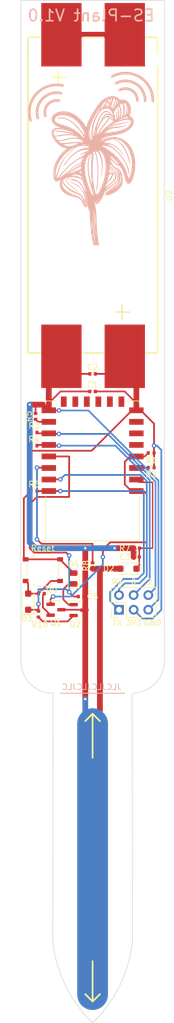
<source format=kicad_pcb>
(kicad_pcb (version 20221018) (generator pcbnew)
  (layers (0 "F.Cu" signal) (31 "B.Cu" signal) (34 "B.Paste" user) (35 "F.Paste" user) (36 "B.SilkS" user "B.Silkscreen") (37 "F.SilkS" user "F.Silkscreen") (38 "B.Mask" user) (39 "F.Mask" user) (44 "Edge.Cuts" user))
  (net 0 "")
  (net 1 "Net-(U1-EN)")
  (net 5 "+3.3V")
  (net 12 "GND")
  (net 13 "/SensorCapV")
  (net 14 "Net-(D3-A)")
  (net 15 "Net-(D4-K)")
  (net 16 "Net-(Q1-B)")
  (net 17 "Net-(Q2-B)")
  (net 18 "/GPIO0")
  (net 19 "/TX")
  (net 20 "/GPIO2")
  (net 21 "/RX")
  (net 22 "/AD0")
  (net 23 "/GPIO4")
  (net 24 "/RST")
  (net 25 "/GPIO15")
  (net 26 "/GPIO5")
  (net 27 "Net-(U2-+-Pad3)")
  (footprint "CustomFootprints:SW_Push_1P1T_XKB_TS-1187A" (layer "F.Cu") (at 131.19 116.666)
    (fp_text reference "SW1" hide)
    (fp_text value "Reset")
    (pad "1" smd rect (at -3 -1.875) (size 1 0.75) (layers "F.Cu" "F.Paste" "F.Mask") (net 5 "+3.3V"))
    (pad "1" smd rect (at 3 -1.875) (size 1 0.75) (layers "F.Cu" "F.Paste" "F.Mask") (net 5 "+3.3V"))
    (pad "2" smd rect (at -3 1.875) (size 1 0.75) (layers "F.Cu" "F.Paste" "F.Mask") (net 14 "Net-(D3-A)"))
    (pad "2" smd rect (at 3 1.875) (size 1 0.75) (layers "F.Cu" "F.Paste" "F.Mask") (net 14 "Net-(D3-A)"))
  )
  (footprint "Package_TO_SOT_SMD:SOT-23" (layer "F.Cu") (at 137.4615 123.59)
    (fp_text reference "Q2" (at -0.6835 2.474) (layer "F.SilkS"))
    (fp_text value "NPN")
    (pad "1" smd roundrect (at -0.9375 -0.95) (size 1.475 0.6) (layers "F.Cu" "F.Paste" "F.Mask") (net 15 "Net-(D4-K)"))
    (pad "2" smd roundrect (at -0.9375 0.95) (size 1.475 0.6) (layers "F.Cu" "F.Paste" "F.Mask") (net 17 "Net-(Q2-B)"))
    (pad "3" smd roundrect (at 0.9375 0) (size 1.475 0.6) (layers "F.Cu" "F.Paste" "F.Mask") (net 12 "GND"))
  )
  (footprint "Resistor_SMD:R_0402_1005Metric" (layer "F.Cu") (at 130.428 124.286 -90)
    (fp_text reference "R10" (at 1.778 -0.254 -180) (layer "F.SilkS"))
    (fp_text value "100k")
    (pad "1" smd roundrect (at -0.51 0 270) (size 0.54 0.64) (layers "F.Cu" "F.Paste" "F.Mask") (net 23 "/GPIO4"))
    (pad "2" smd roundrect (at 0.51 0 270) (size 0.54 0.64) (layers "F.Cu" "F.Paste" "F.Mask") (net 17 "Net-(Q2-B)"))
  )
  (footprint "CustomFootprints:BAT-SMD_BH-AAA-B5AA001" (layer "F.Cu") (at 139.914 51.706968 -90)
    (fp_text reference "U2" (at 0 -13.2 90) (layer "F.SilkS"))
    (fp_text value "BH-AAA-B5AK001")
    (pad "" np_thru_hole circle (at -23.450089 -10.450013 270) (size 1.900025 1.900025) (drill 1.900025) (layers "*.Cu" "*.Mask"))
    (pad "1" smd rect (at 27.875032 -5.5 270) (size 11.000025 7.000025) (layers "F.Cu" "F.Paste" "F.Mask") (net 5 "+3.3V"))
    (pad "2" smd rect (at -27.875032 -5.5 270) (size 11.000025 7.000025) (layers "F.Cu" "F.Paste" "F.Mask") (net 27 "Net-(U2-+-Pad3)"))
    (pad "3" smd rect (at -27.875032 5.5 270) (size 11.000025 7.000025) (layers "F.Cu" "F.Paste" "F.Mask") (net 27 "Net-(U2-+-Pad3)"))
    (pad "4" smd rect (at 27.875032 5.5 270) (size 11.000025 7.000025) (layers "F.Cu" "F.Paste" "F.Mask") (net 12 "GND"))
  )
  (footprint "RF_Module:ESP-12E" (layer "F.Cu") (at 139.826 99.45 180)
    (fp_text reference "U1" hide)
    (fp_text value "ESP-12F")
    (pad "1" smd rect (at -7.6 -3.5 180) (size 2.5 1) (layers "F.Cu" "F.Paste" "F.Mask") (net 24 "/RST"))
    (pad "2" smd rect (at -7.6 -1.5 180) (size 2.5 1) (layers "F.Cu" "F.Paste" "F.Mask") (net 22 "/AD0"))
    (pad "3" smd rect (at -7.6 0.5 180) (size 2.5 1) (layers "F.Cu" "F.Paste" "F.Mask") (net 1 "Net-(U1-EN)"))
    (pad "4" smd rect (at -7.6 2.5 180) (size 2.5 1) (layers "F.Cu" "F.Paste" "F.Mask") (net 24 "/RST"))
    (pad "5" smd rect (at -7.6 4.5 180) (size 2.5 1) (layers "F.Cu" "F.Paste" "F.Mask"))
    (pad "6" smd rect (at -7.6 6.5 180) (size 2.5 1) (layers "F.Cu" "F.Paste" "F.Mask"))
    (pad "7" smd rect (at -7.6 8.5 180) (size 2.5 1) (layers "F.Cu" "F.Paste" "F.Mask"))
    (pad "8" smd rect (at -7.6 10.5 180) (size 2.5 1) (layers "F.Cu" "F.Paste" "F.Mask") (net 5 "+3.3V"))
    (pad "9" smd rect (at -5 12 180) (size 1 1.8) (layers "F.Cu" "F.Paste" "F.Mask"))
    (pad "10" smd rect (at -3 12 180) (size 1 1.8) (layers "F.Cu" "F.Paste" "F.Mask"))
    (pad "11" smd rect (at -1 12 180) (size 1 1.8) (layers "F.Cu" "F.Paste" "F.Mask"))
    (pad "12" smd rect (at 1 12 180) (size 1 1.8) (layers "F.Cu" "F.Paste" "F.Mask"))
    (pad "13" smd rect (at 3 12 180) (size 1 1.8) (layers "F.Cu" "F.Paste" "F.Mask"))
    (pad "14" smd rect (at 5 12 180) (size 1 1.8) (layers "F.Cu" "F.Paste" "F.Mask"))
    (pad "15" smd rect (at 7.6 10.5 180) (size 2.5 1) (layers "F.Cu" "F.Paste" "F.Mask") (net 12 "GND"))
    (pad "16" smd rect (at 7.6 8.5 180) (size 2.5 1) (layers "F.Cu" "F.Paste" "F.Mask") (net 25 "/GPIO15"))
    (pad "17" smd rect (at 7.6 6.5 180) (size 2.5 1) (layers "F.Cu" "F.Paste" "F.Mask") (net 20 "/GPIO2"))
    (pad "18" smd rect (at 7.6 4.5 180) (size 2.5 1) (layers "F.Cu" "F.Paste" "F.Mask") (net 18 "/GPIO0"))
    (pad "19" smd rect (at 7.6 2.5 180) (size 2.5 1) (layers "F.Cu" "F.Paste" "F.Mask") (net 23 "/GPIO4"))
    (pad "20" smd rect (at 7.6 0.5 180) (size 2.5 1) (layers "F.Cu" "F.Paste" "F.Mask") (net 26 "/GPIO5"))
    (pad "21" smd rect (at 7.6 -1.5 180) (size 2.5 1) (layers "F.Cu" "F.Paste" "F.Mask") (net 21 "/RX"))
    (pad "22" smd rect (at 7.6 -3.5 180) (size 2.5 1) (layers "F.Cu" "F.Paste" "F.Mask") (net 19 "/TX"))
    (zone (net 0) (net_name "") (layers "*.Cu") (connect_pads (clearance 0)) (min_thickness 0.254)
      (keepout (tracks not_allowed) (vias not_allowed) (pads not_allowed) (copperpour not_allowed) (footprints not_allowed))
      (fill (thermal_gap 0.508) (thermal_bridge_width 0.508))
      (polygon (pts (xy 147.946 104.25) (xy 131.706 104.25) (xy 131.706 111.57) (xy 147.946 111.57)))
    )
  )
  (footprint "Resistor_SMD:R_0402_1005Metric" (layer "F.Cu") (at 129.666 92.79)
    (fp_text reference "R3" (at 0 -1.17) (layer "F.SilkS"))
    (fp_text value "10k")
    (pad "1" smd roundrect (at -0.51 0) (size 0.54 0.64) (layers "F.Cu" "F.Paste" "F.Mask") (net 5 "+3.3V"))
    (pad "2" smd roundrect (at 0.51 0) (size 0.54 0.64) (layers "F.Cu" "F.Paste" "F.Mask") (net 20 "/GPIO2"))
  )
  (footprint "Resistor_SMD:R_0402_1005Metric" (layer "F.Cu") (at 130.934 120.73)
    (fp_text reference "R9" (at 1.78 -0.508) (layer "F.SilkS"))
    (fp_text value "5.1k")
    (pad "1" smd roundrect (at -0.51 0) (size 0.54 0.64) (layers "F.Cu" "F.Paste" "F.Mask") (net 14 "Net-(D3-A)"))
    (pad "2" smd roundrect (at 0.51 0) (size 0.54 0.64) (layers "F.Cu" "F.Paste" "F.Mask") (net 16 "Net-(Q1-B)"))
  )
  (footprint "Resistor_SMD:R_0402_1005Metric" (layer "F.Cu") (at 147.446 112.856)
    (fp_text reference "R7" (at -2.032 0) (layer "F.SilkS"))
    (fp_text value "1M")
    (pad "1" smd roundrect (at -0.51 0) (size 0.54 0.64) (layers "F.Cu" "F.Paste" "F.Mask") (net 12 "GND"))
    (pad "2" smd roundrect (at 0.51 0) (size 0.54 0.64) (layers "F.Cu" "F.Paste" "F.Mask") (net 22 "/AD0"))
  )
  (footprint "Capacitor_SMD:C_0402_1005Metric" (layer "F.Cu") (at 147.446 114.38)
    (fp_text reference "C3" (at -2.032 0) (layer "F.SilkS"))
    (fp_text value "1uF")
    (pad "1" smd roundrect (at -0.48 0) (size 0.56 0.62) (layers "F.Cu" "F.Paste" "F.Mask") (net 12 "GND"))
    (pad "2" smd roundrect (at 0.48 0) (size 0.56 0.62) (layers "F.Cu" "F.Paste" "F.Mask") (net 22 "/AD0"))
  )
  (footprint "Capacitor_SMD:C_0402_1005Metric" (layer "F.Cu") (at 139.826 82.63)
    (fp_text reference "C2" (at 0 -1.16) (layer "F.SilkS"))
    (fp_text value "10uF")
    (pad "1" smd roundrect (at -0.48 0) (size 0.56 0.62) (layers "F.Cu" "F.Paste" "F.Mask") (net 12 "GND"))
    (pad "2" smd roundrect (at 0.48 0) (size 0.56 0.62) (layers "F.Cu" "F.Paste" "F.Mask") (net 5 "+3.3V"))
  )
  (footprint "Resistor_SMD:R_0402_1005Metric" (layer "F.Cu") (at 129.92 89.998 90)
    (fp_text reference "R5" (at 0 -1.17 90) (layer "F.SilkS"))
    (fp_text value "10k")
    (pad "1" smd roundrect (at -0.51 0 90) (size 0.54 0.64) (layers "F.Cu" "F.Paste" "F.Mask") (net 25 "/GPIO15"))
    (pad "2" smd roundrect (at 0.51 0 90) (size 0.54 0.64) (layers "F.Cu" "F.Paste" "F.Mask") (net 12 "GND"))
  )
  (footprint "Resistor_SMD:R_0402_1005Metric" (layer "F.Cu") (at 139.826 115.906 90)
    (fp_text reference "R8" (at 0 -1.17 90) (layer "F.SilkS"))
    (fp_text value "10k")
    (pad "1" smd roundrect (at -0.51 0 90) (size 0.54 0.64) (layers "F.Cu" "F.Paste" "F.Mask") (net 13 "/SensorCapV"))
    (pad "2" smd roundrect (at 0.51 0 90) (size 0.54 0.64) (layers "F.Cu" "F.Paste" "F.Mask") (net 26 "/GPIO5"))
  )
  (footprint "Diode_SMD:D_SOD-123F" (layer "F.Cu") (at 146.046 116.412 180)
    (fp_text reference "D2" (at 3.426 0) (layer "F.SilkS"))
    (fp_text value "~")
    (pad "1" smd roundrect (at -1.4 0 180) (size 1.1 1.1) (layers "F.Cu" "F.Paste" "F.Mask") (roundrect_rratio 0.2272727273) (net 22 "/AD0"))
    (pad "2" smd roundrect (at 1.4 0 180) (size 1.1 1.1) (layers "F.Cu" "F.Paste" "F.Mask") (roundrect_rratio 0.2272727273) (net 13 "/SensorCapV"))
  )
  (footprint "Connector_PinHeader_2.54mm:PinHeader_2x03_P2.54mm_Vertical" (layer "F.Cu") (at 144.413 123.529 90)
    (fp_text reference "J2" hide)
    (fp_text value "Programmer")
    (pad "1" thru_hole rect (at 0 0 90) (size 1.7 1.7) (drill 1) (layers "*.Cu" "*.Mask") (net 19 "/TX"))
    (pad "2" thru_hole oval (at 2.54 0 90) (size 1.7 1.7) (drill 1) (layers "*.Cu" "*.Mask") (net 21 "/RX"))
    (pad "3" thru_hole oval (at 0 2.54 90) (size 1.7 1.7) (drill 1) (layers "*.Cu" "*.Mask") (net 5 "+3.3V"))
    (pad "4" thru_hole oval (at 2.54 2.54 90) (size 1.7 1.7) (drill 1) (layers "*.Cu" "*.Mask") (net 18 "/GPIO0"))
    (pad "5" thru_hole oval (at 0 5.08 90) (size 1.7 1.7) (drill 1) (layers "*.Cu" "*.Mask") (net 12 "GND"))
    (pad "6" thru_hole oval (at 2.54 5.08 90) (size 1.7 1.7) (drill 1) (layers "*.Cu" "*.Mask") (net 20 "/GPIO2"))
  )
  (footprint "Resistor_SMD:R_0402_1005Metric" (layer "F.Cu") (at 149.988 96.346 180)
    (fp_text reference "R1" (at 0.002 -1.27 180) (layer "F.SilkS"))
    (fp_text value "10k")
    (pad "1" smd roundrect (at -0.51 0 180) (size 0.54 0.64) (layers "F.Cu" "F.Paste" "F.Mask") (net 5 "+3.3V"))
    (pad "2" smd roundrect (at 0.51 0 180) (size 0.54 0.64) (layers "F.Cu" "F.Paste" "F.Mask") (net 24 "/RST"))
  )
  (footprint "LED_SMD:LED_0805_2012Metric" (layer "F.Cu") (at 136.524 118.1115 90)
    (fp_text reference "D4" (at 2.4615 0 180) (layer "F.SilkS"))
    (fp_text value "GREEN")
    (pad "1" smd roundrect (at -0.9375 0 90) (size 0.975 1.4) (layers "F.Cu" "F.Paste" "F.Mask") (net 15 "Net-(D4-K)"))
    (pad "2" smd roundrect (at 0.9375 0 90) (size 0.975 1.4) (layers "F.Cu" "F.Paste" "F.Mask") (net 5 "+3.3V"))
  )
  (footprint "Resistor_SMD:R_0402_1005Metric" (layer "F.Cu") (at 149.988 98.886 180)
    (fp_text reference "R2" (at 0 -1.17) (layer "F.SilkS"))
    (fp_text value "10k")
    (pad "1" smd roundrect (at -0.51 0 180) (size 0.54 0.64) (layers "F.Cu" "F.Paste" "F.Mask") (net 5 "+3.3V"))
    (pad "2" smd roundrect (at 0.51 0 180) (size 0.54 0.64) (layers "F.Cu" "F.Paste" "F.Mask") (net 1 "Net-(U1-EN)"))
  )
  (footprint "Capacitor_SMD:C_0402_1005Metric" (layer "F.Cu") (at 139.826 85.678)
    (fp_text reference "C1" (at 0 -1.16) (layer "F.SilkS"))
    (fp_text value "100nF")
    (pad "1" smd roundrect (at -0.48 0) (size 0.56 0.62) (layers "F.Cu" "F.Paste" "F.Mask") (net 12 "GND"))
    (pad "2" smd roundrect (at 0.48 0) (size 0.56 0.62) (layers "F.Cu" "F.Paste" "F.Mask") (net 5 "+3.3V"))
  )
  (footprint "Resistor_SMD:R_0402_1005Metric" (layer "F.Cu") (at 129.664 102.95)
    (fp_text reference "R6" (at 0 -1.17) (layer "F.SilkS"))
    (fp_text value "10k")
    (pad "1" smd roundrect (at -0.51 0) (size 0.54 0.64) (layers "F.Cu" "F.Paste" "F.Mask") (net 5 "+3.3V"))
    (pad "2" smd roundrect (at 0.51 0) (size 0.54 0.64) (layers "F.Cu" "F.Paste" "F.Mask") (net 19 "/TX"))
  )
  (footprint "Capacitor_SMD:C_0402_1005Metric" (layer "F.Cu") (at 137.822 121.238)
    (fp_text reference "C5" (at 2.004 0) (layer "F.SilkS"))
    (fp_text value "10uF")
    (pad "1" smd roundrect (at -0.48 0) (size 0.56 0.62) (layers "F.Cu" "F.Paste" "F.Mask") (net 23 "/GPIO4"))
    (pad "2" smd roundrect (at 0.48 0) (size 0.56 0.62) (layers "F.Cu" "F.Paste" "F.Mask") (net 12 "GND"))
  )
  (footprint "Resistor_SMD:R_0402_1005Metric" (layer "F.Cu") (at 129.664 95.076)
    (fp_text reference "R4" (at -0.004 -1.098) (layer "F.SilkS"))
    (fp_text value "10k")
    (pad "1" smd roundrect (at -0.51 0) (size 0.54 0.64) (layers "F.Cu" "F.Paste" "F.Mask") (net 5 "+3.3V"))
    (pad "2" smd roundrect (at 0.51 0) (size 0.54 0.64) (layers "F.Cu" "F.Paste" "F.Mask") (net 18 "/GPIO0"))
  )
  (footprint "Diode_SMD:D_SOD-123F" (layer "F.Cu") (at 128.65 122.13 90)
    (fp_text reference "D3" (at -2.918 -0.254 180) (layer "F.SilkS"))
    (fp_text value "~")
    (pad "1" smd roundrect (at -1.4 0 90) (size 1.1 1.1) (layers "F.Cu" "F.Paste" "F.Mask") (roundrect_rratio 0.2272727273) (net 23 "/GPIO4"))
    (pad "2" smd roundrect (at 1.4 0 90) (size 1.1 1.1) (layers "F.Cu" "F.Paste" "F.Mask") (roundrect_rratio 0.2272727273) (net 14 "Net-(D3-A)"))
  )
  (footprint "Package_TO_SOT_SMD:SOT-23" (layer "F.Cu") (at 133.476 123.524)
    (fp_text reference "Q1" (at 0 2.286) (layer "F.SilkS"))
    (fp_text value "NPN")
    (pad "1" smd roundrect (at -0.9375 -0.95) (size 1.475 0.6) (layers "F.Cu" "F.Paste" "F.Mask") (net 24 "/RST"))
    (pad "2" smd roundrect (at -0.9375 0.95) (size 1.475 0.6) (layers "F.Cu" "F.Paste" "F.Mask") (net 16 "Net-(Q1-B)"))
    (pad "3" smd roundrect (at 0.9375 0) (size 1.475 0.6) (layers "F.Cu" "F.Paste" "F.Mask") (net 12 "GND"))
  )
  (footprint "LOGO" (layer "B.Cu") (at 139.572 45.292 180)
    (fp_text reference "G***" hide)
    (fp_text value "LOGO" hide)
  )
  (gr_line (start 134.238 138.002) (end 145.414 138.002) (stroke (width 0.15)) (layer "B.SilkS"))
  (gr_line (start 134.238 138.002) (end 145.414 138.002) (stroke (width 0.15)) (layer "F.SilkS"))
  (gr_line (start 139.826 184.468) (end 139.826 191.453) (stroke (width 0.3048)) (layer "F.SilkS"))
  (gr_line (start 139.826 149.178) (end 139.826 141.558) (stroke (width 0.3048)) (layer "F.SilkS"))
  (gr_line (start 139.826 141.558) (end 138.556 142.828) (stroke (width 0.3048)) (layer "F.SilkS"))
  (gr_line (start 139.826 191.453) (end 138.556 190.183) (stroke (width 0.3048)) (layer "F.SilkS"))
  (gr_line (start 139.826 141.558) (end 141.096 142.828) (stroke (width 0.3048)) (layer "F.SilkS"))
  (gr_line (start 139.826 191.453) (end 141.096 190.183) (stroke (width 0.3048)) (layer "F.SilkS"))
  (gr_arc (start 132.968 138.002) (mid 129.016687 136.365313) (end 127.38 132.414) (stroke (width 0.1)) (layer "Edge.Cuts"))
  (gr_line (start 127.38 17.86) (end 127.38 132.414) (stroke (width 0.1)) (layer "Edge.Cuts"))
  (gr_arc (start 146.73058 181.052819) (mid 144.52133 188.711145) (end 139.826 195.152) (stroke (width 0.1)) (layer "Edge.Cuts"))
  (gr_arc (start 139.826 195.152) (mid 135.130671 188.711143) (end 132.92142 181.052819) (stroke (width 0.1)) (layer "Edge.Cuts"))
  (gr_line (start 152.272 17.86) (end 127.38 17.86) (stroke (width 0.1)) (layer "Edge.Cuts"))
  (gr_arc (start 152.272 132.414) (mid 150.635312 136.365312) (end 146.684 138.002) (stroke (width 0.1)) (layer "Edge.Cuts"))
  (gr_line (start 146.73058 181.052819) (end 146.684 138.002) (stroke (width 0.1)) (layer "Edge.Cuts"))
  (gr_line (start 152.272 17.86) (end 152.272 132.414) (stroke (width 0.1)) (layer "Edge.Cuts"))
  (gr_line (start 132.92142 181.052819) (end 132.968 138.002) (stroke (width 0.1)) (layer "Edge.Cuts"))
  (gr_text "ES-Plant V1.0" (at 150.748 21.67) (layer "B.SilkS") (effects (font (size 2 2) (thickness 0.3)) (justify left bottom mirror)))
  (gr_text "JLCJLCJLCJLC" (at 144.906 137.494) (layer "B.SilkS") (effects (font (size 1 1)) (justify left bottom mirror)))
  (gr_text "RX" (at 144.144 118.698) (layer "F.SilkS") (effects (font (size 1 1))))
  (gr_text "0" (at 146.938 118.698) (layer "F.SilkS") (effects (font (size 1 1))))
  (gr_text "TX" (at 144.144 125.81) (layer "F.SilkS") (effects (font (size 1 1))))
  (gr_text "3V3" (at 146.938 125.81) (layer "F.SilkS") (effects (font (size 1 1))))
  (gr_text "2" (at 149.732 118.698) (layer "F.SilkS") (effects (font (size 1 1))))
  (gr_text "GND" (at 150.24 125.81) (layer "F.SilkS") (effects (font (size 1 1))))
  (gr_text "Reset" (at 131.19 112.856) (layer "F.SilkS") (effects (font (size 1 1))))
  (segment (start 149.414 98.95) (end 149.478 98.886) (width 0.3) (layer "F.Cu") (net 1))
  (segment (start 147.426 98.95) (end 149.414 98.95) (width 0.3) (layer "F.Cu") (net 1))
  (segment (start 129.154 95.838) (end 129.274 95.958) (width 0.3) (layer "F.Cu") (net 5))
  (segment (start 150.494 96.85) (end 150.498 96.854) (width 0.3) (layer "F.Cu") (net 5))
  (segment (start 129.154 95.076) (end 129.154 95.838) (width 0.3) (layer "F.Cu") (net 5))
  (segment (start 148.178 88.95) (end 147.426 88.95) (width 0.3) (layer "F.Cu") (net 5))
  (segment (start 145.394 85.678) (end 147.426 87.71) (width 0.3) (layer "F.Cu") (net 5))
  (segment (start 139.668 95.958) (end 146.676 88.95) (width 0.3) (layer "F.Cu") (net 5))
  (segment (start 150.494 95.076) (end 150.494 91.266) (width 0.3) (layer "F.Cu") (net 5))
  (segment (start 140.306 85.678) (end 145.394 85.678) (width 0.3) (layer "F.Cu") (net 5))
  (segment (start 129.274 95.958) (end 139.668 95.958) (width 0.3) (layer "F.Cu") (net 5))
  (segment (start 134.19 114.791) (end 128.19 114.791) (width 0.3) (layer "F.Cu") (net 5))
  (segment (start 134.19 114.84) (end 134.19 114.791) (width 0.3) (layer "F.Cu") (net 5))
  (segment (start 127.888 104.216) (end 129.154 102.95) (width 0.3) (layer "F.Cu") (net 5))
  (segment (start 128.19 114.791) (end 127.888 114.489) (width 0.3) (layer "F.Cu") (net 5))
  (segment (start 129.154 95.838) (end 129.154 102.95) (width 0.3) (layer "F.Cu") (net 5))
  (segment (start 129.154 93.044) (end 129.154 95.076) (width 0.3) (layer "F.Cu") (net 5))
  (segment (start 150.498 96.854) (end 150.498 98.886) (width 0.3) (layer "F.Cu") (net 5))
  (segment (start 150.494 95.076) (end 150.494 96.85) (width 0.3) (layer "F.Cu") (net 5))
  (segment (start 127.888 114.489) (end 127.888 104.216) (width 0.3) (layer "F.Cu") (net 5))
  (segment (start 150.494 91.266) (end 148.178 88.95) (width 0.3) (layer "F.Cu") (net 5))
  (segment (start 136.524 117.174) (end 134.19 114.84) (width 0.3) (layer "F.Cu") (net 5))
  (segment (start 140.306 82.63) (end 142.366 82.63) (width 0.3) (layer "F.Cu") (net 5))
  (segment (start 142.366 82.63) (end 145.414 79.582) (width 0.3) (layer "F.Cu") (net 5))
  (segment (start 147.426 81.594) (end 147.426 87.71) (width 1) (layer "F.Cu") (net 5))
  (segment (start 145.414 79.582) (end 147.426 81.594) (width 1) (layer "F.Cu") (net 5))
  (segment (start 146.676 88.95) (end 147.426 88.95) (width 0.3) (layer "F.Cu") (net 5))
  (segment (start 147.426 87.71) (end 147.426 88.95) (width 1) (layer "F.Cu") (net 5))
  (via (at 150.494 95.076) (size 0.8) (drill 0.4) (layers "F.Cu" "B.Cu") (net 5))
  (segment (start 148.472 125.048) (end 146.953 123.529) (width 0.3) (layer "B.Cu") (net 5))
  (segment (start 150.494 95.076) (end 151.002 95.076) (width 0.3) (layer "B.Cu") (net 5))
  (segment (start 150.24 125.048) (end 148.472 125.048) (width 0.3) (layer "B.Cu") (net 5))
  (segment (start 151.764 95.838) (end 151.764 123.524) (width 0.3) (layer "B.Cu") (net 5))
  (segment (start 151.002 95.076) (end 151.764 95.838) (width 0.3) (layer "B.Cu") (net 5))
  (segment (start 151.764 123.524) (end 150.24 125.048) (width 0.3) (layer "B.Cu") (net 5))
  (segment (start 129.92 89.488) (end 129.92 88.218) (width 0.3) (layer "F.Cu") (net 12))
  (segment (start 132.226 81.77) (end 132.226 87.71) (width 1) (layer "F.Cu") (net 12))
  (segment (start 143.636 112.856) (end 146.936 112.856) (width 1) (layer "F.Cu") (net 12))
  (segment (start 131.24 87.964) (end 132.226 88.95) (width 1) (layer "F.Cu") (net 12))
  (segment (start 129.666 87.964) (end 131.24 87.964) (width 1) (layer "F.Cu") (net 12))
  (segment (start 134.258 85.678) (end 132.226 87.71) (width 0.3) (layer "F.Cu") (net 12))
  (segment (start 133.984 88.98) (end 132.256 88.98) (width 0.3) (layer "F.Cu") (net 12))
  (segment (start 139.346 82.63) (end 137.462 82.63) (width 0.3) (layer "F.Cu") (net 12))
  (segment (start 129.92 88.218) (end 129.666 87.964) (width 0.3) (layer "F.Cu") (net 12))
  (segment (start 132.256 88.98) (end 132.226 88.95) (width 0.3) (layer "F.Cu") (net 12))
  (segment (start 134.414 79.582) (end 132.226 81.77) (width 1) (layer "F.Cu") (net 12))
  (segment (start 134.4135 123.524) (end 138.333 123.524) (width 0.3) (layer "F.Cu") (net 12))
  (segment (start 146.936 112.856) (end 146.946 112.866) (width 1) (layer "F.Cu") (net 12))
  (segment (start 139.346 85.678) (end 134.258 85.678) (width 0.3) (layer "F.Cu") (net 12))
  (segment (start 137.462 82.63) (end 134.414 79.582) (width 0.3) (layer "F.Cu") (net 12))
  (segment (start 146.946 112.866) (end 146.946 114.38) (width 1) (layer "F.Cu") (net 12))
  (segment (start 138.556 139.018) (end 138.556 112.944) (width 1) (layer "F.Cu") (net 12))
  (segment (start 128.904 87.964) (end 129.666 87.964) (width 1) (layer "F.Cu") (net 12))
  (segment (start 138.333 123.524) (end 138.399 123.59) (width 0.3) (layer "F.Cu") (net 12))
  (segment (start 132.226 87.71) (end 132.226 88.95) (width 1) (layer "F.Cu") (net 12))
  (via (at 138.556 112.856) (size 0.8) (drill 0.4) (layers "F.Cu" "B.Cu") (net 12))
  (via (at 138.556 139.018) (size 0.8) (drill 0.4) (layers "F.Cu" "B.Cu") (net 12))
  (via (at 143.636 112.856) (size 0.8) (drill 0.4) (layers "F.Cu" "B.Cu") (net 12))
  (via (at 133.984 88.98) (size 0.8) (drill 0.4) (layers "F.Cu" "B.Cu") (net 12))
  (via (at 128.904 87.964) (size 0.8) (drill 0.4) (layers "F.Cu" "B.Cu") (net 12))
  (segment (start 151.256 121.766) (end 151.256 101.137575) (width 0.3) (layer "B.Cu") (net 12))
  (segment (start 139.826 142.32) (end 138.556 141.05) (width 1) (layer "B.Cu") (net 12))
  (segment (start 138.556 112.856) (end 143.636 112.856) (width 1) (layer "B.Cu") (net 12))
  (segment (start 128.904 111.84) (end 129.92 112.856) (width 1) (layer "B.Cu") (net 12))
  (segment (start 149.493 123.529) (end 151.256 121.766) (width 0.3) (layer "B.Cu") (net 12))
  (segment (start 139.098425 88.98) (end 133.984 88.98) (width 0.3) (layer "B.Cu") (net 12))
  (segment (start 128.904 87.964) (end 128.904 111.84) (width 1) (layer "B.Cu") (net 12))
  (segment (start 138.556 139.018) (end 138.556 141.05) (width 1) (layer "B.Cu") (net 12))
  (segment (start 151.256 101.137575) (end 139.098425 88.98) (width 0.3) (layer "B.Cu") (net 12))
  (segment (start 129.92 112.856) (end 138.556 112.856) (width 1) (layer "B.Cu") (net 12))
  (segment (start 139.826 142.32) (end 141.096 141.05) (width 1) (layer "F.Cu") (net 13))
  (segment (start 141.096 141.05) (end 141.096 116.416) (width 1) (layer "F.Cu") (net 13))
  (segment (start 144.642 116.416) (end 144.646 116.412) (width 1) (layer "F.Cu") (net 13))
  (segment (start 139.826 116.416) (end 144.642 116.416) (width 1) (layer "F.Cu") (net 13))
  (segment (start 128.65 119.001) (end 128.19 118.541) (width 0.3) (layer "F.Cu") (net 14))
  (segment (start 134.19 118.541) (end 132.613 118.541) (width 0.3) (layer "F.Cu") (net 14))
  (segment (start 128.65 120.73) (end 128.65 119.001) (width 0.3) (layer "F.Cu") (net 14))
  (segment (start 130.424 120.73) (end 128.65 120.73) (width 0.3) (layer "F.Cu") (net 14))
  (segment (start 132.613 118.541) (end 130.424 120.73) (width 0.3) (layer "F.Cu") (net 14))
  (segment (start 134.746 121.746) (end 134.746 119.968) (width 0.3) (layer "F.Cu") (net 15))
  (segment (start 134.746 119.968) (end 135.665 119.049) (width 0.3) (layer "F.Cu") (net 15))
  (segment (start 135.64 122.64) (end 134.746 121.746) (width 0.3) (layer "F.Cu") (net 15))
  (segment (start 136.524 122.64) (end 135.64 122.64) (width 0.3) (layer "F.Cu") (net 15))
  (segment (start 135.665 119.049) (end 136.524 119.049) (width 0.3) (layer "F.Cu") (net 15))
  (segment (start 132.5385 124.474) (end 131.19 123.1255) (width 0.3) (layer "F.Cu") (net 16))
  (segment (start 131.19 120.984) (end 131.444 120.73) (width 0.3) (layer "F.Cu") (net 16))
  (segment (start 131.19 123.1255) (end 131.19 120.984) (width 0.3) (layer "F.Cu") (net 16))
  (segment (start 135.508 125.556) (end 136.524 124.54) (width 0.3) (layer "F.Cu") (net 17))
  (segment (start 130.428 124.796) (end 131.188 125.556) (width 0.3) (layer "F.Cu") (net 17))
  (segment (start 131.188 125.556) (end 135.508 125.556) (width 0.3) (layer "F.Cu") (net 17))
  (segment (start 132.226 94.95) (end 130.3 94.95) (width 0.3) (layer "F.Cu") (net 18))
  (segment (start 130.3 94.95) (end 130.174 95.076) (width 0.3) (layer "F.Cu") (net 18))
  (segment (start 132.352 95.076) (end 132.226 94.95) (width 0.3) (layer "F.Cu") (net 18))
  (segment (start 133.984 95.076) (end 132.352 95.076) (width 0.3) (layer "F.Cu") (net 18))
  (via (at 133.984 95.076) (size 0.8) (drill 0.4) (layers "F.Cu" "B.Cu") (net 18))
  (segment (start 146.953 120.989) (end 149.732 118.21) (width 0.3) (layer "B.Cu") (net 18))
  (segment (start 149.732 101.027787) (end 143.780213 95.076) (width 0.3) (layer "B.Cu") (net 18))
  (segment (start 143.780213 95.076) (end 133.984 95.076) (width 0.3) (layer "B.Cu") (net 18))
  (segment (start 149.732 118.21) (end 149.732 101.027787) (width 0.3) (layer "B.Cu") (net 18))
  (segment (start 134.238 102.95) (end 132.226 102.95) (width 0.3) (layer "F.Cu") (net 19))
  (segment (start 132.226 102.95) (end 130.174 102.95) (width 0.3) (layer "F.Cu") (net 19))
  (via (at 134.238 102.95) (size 0.8) (drill 0.4) (layers "F.Cu" "B.Cu") (net 19))
  (segment (start 145.16 118.19) (end 147.7 118.19) (width 0.3) (layer "B.Cu") (net 19))
  (segment (start 142.874 120.476) (end 145.16 118.19) (width 0.3) (layer "B.Cu") (net 19))
  (segment (start 147.7 118.19) (end 148.716 117.174) (width 0.3) (layer "B.Cu") (net 19))
  (segment (start 142.874 121.99) (end 142.874 120.476) (width 0.3) (layer "B.Cu") (net 19))
  (segment (start 148.716 117.174) (end 148.716 102.95) (width 0.3) (layer "B.Cu") (net 19))
  (segment (start 144.413 123.529) (end 142.874 121.99) (width 0.3) (layer "B.Cu") (net 19))
  (segment (start 148.716 102.95) (end 134.238 102.95) (width 0.3) (layer "B.Cu") (net 19))
  (segment (start 132.32 93.044) (end 132.226 92.95) (width 0.3) (layer "F.Cu") (net 20))
  (segment (start 133.984 93.044) (end 132.32 93.044) (width 0.3) (layer "F.Cu") (net 20))
  (segment (start 130.336 92.95) (end 130.176 92.79) (width 0.3) (layer "F.Cu") (net 20))
  (segment (start 132.226 92.95) (end 130.336 92.95) (width 0.3) (layer "F.Cu") (net 20))
  (via (at 133.984 93.044) (size 0.8) (drill 0.4) (layers "F.Cu" "B.Cu") (net 20))
  (segment (start 149.493 120.989) (end 150.748 119.734) (width 0.3) (layer "B.Cu") (net 20))
  (segment (start 150.748 101.336681) (end 142.455319 93.044) (width 0.3) (layer "B.Cu") (net 20))
  (segment (start 142.455319 93.044) (end 133.984 93.044) (width 0.3) (layer "B.Cu") (net 20))
  (segment (start 150.748 119.734) (end 150.748 101.336681) (width 0.3) (layer "B.Cu") (net 20))
  (segment (start 134.238 100.918) (end 132.258 100.918) (width 0.3) (layer "F.Cu") (net 21))
  (segment (start 132.258 100.918) (end 132.226 100.95) (width 0.3) (layer "F.Cu") (net 21))
  (via (at 134.238 100.918) (size 0.8) (drill 0.4) (layers "F.Cu" "B.Cu") (net 21))
  (segment (start 145.414 118.952) (end 147.954 118.952) (width 0.3) (layer "B.Cu") (net 21))
  (segment (start 149.224 101.226893) (end 148.153107 100.156) (width 0.3) (layer "B.Cu") (net 21))
  (segment (start 147.954 118.952) (end 149.224 117.682) (width 0.3) (layer "B.Cu") (net 21))
  (segment (start 144.413 120.989) (end 144.413 119.953) (width 0.3) (layer "B.Cu") (net 21))
  (segment (start 149.224 117.682) (end 149.224 101.226893) (width 0.3) (layer "B.Cu") (net 21))
  (segment (start 135 100.156) (end 134.238 100.918) (width 0.3) (layer "B.Cu") (net 21))
  (segment (start 148.153107 100.156) (end 135 100.156) (width 0.3) (layer "B.Cu") (net 21))
  (segment (start 144.413 119.953) (end 145.414 118.952) (width 0.3) (layer "B.Cu") (net 21))
  (segment (start 147.926 115.932) (end 147.926 114.38) (width 0.25) (layer "F.Cu") (net 22))
  (segment (start 147.956 112.856) (end 150.24 112.856) (width 0.25) (layer "F.Cu") (net 22))
  (segment (start 147.902 101.426) (end 147.426 100.95) (width 0.25) (layer "F.Cu") (net 22))
  (segment (start 150.24 112.856) (end 150.24 101.426) (width 0.25) (layer "F.Cu") (net 22))
  (segment (start 147.926 114.38) (end 147.926 112.886) (width 0.25) (layer "F.Cu") (net 22))
  (segment (start 150.24 101.426) (end 147.902 101.426) (width 0.25) (layer "F.Cu") (net 22))
  (segment (start 147.926 112.886) (end 147.956 112.856) (width 0.25) (layer "F.Cu") (net 22))
  (segment (start 147.446 116.412) (end 147.926 115.932) (width 0.25) (layer "F.Cu") (net 22))
  (segment (start 130.163894 103.966) (end 135.762 103.966) (width 0.3) (layer "F.Cu") (net 23))
  (segment (start 128.65 123.53) (end 130.182 123.53) (width 0.3) (layer "F.Cu") (net 23))
  (segment (start 135.762 120.476) (end 136.524 121.238) (width 0.3) (layer "F.Cu") (net 23))
  (segment (start 130.428 122.508) (end 130.428 123.776) (width 0.3) (layer "F.Cu") (net 23))
  (segment (start 135.762 96.95) (end 132.226 96.95) (width 0.3) (layer "F.Cu") (net 23))
  (segment (start 130.182 123.53) (end 130.428 123.776) (width 0.3) (layer "F.Cu") (net 23))
  (segment (start 135.762 103.966) (end 135.762 96.95) (width 0.3) (layer "F.Cu") (net 23))
  (segment (start 135.762 114.126) (end 135.254 113.618) (width 0.3) (layer "F.Cu") (net 23))
  (segment (start 129.666 113.618) (end 128.904 112.856) (width 0.3) (layer "F.Cu") (net 23))
  (segment (start 128.904 105.225894) (end 130.163894 103.966) (width 0.3) (layer "F.Cu") (net 23))
  (segment (start 135.254 113.618) (end 129.666 113.618) (width 0.3) (layer "F.Cu") (net 23))
  (segment (start 136.524 121.238) (end 137.342 121.238) (width 0.3) (layer "F.Cu") (net 23))
  (segment (start 128.904 112.856) (end 128.904 105.225894) (width 0.3) (layer "F.Cu") (net 23))
  (via (at 130.428 122.508) (size 0.8) (drill 0.4) (layers "F.Cu" "B.Cu") (net 23))
  (via (at 135.762 114.126) (size 0.8) (drill 0.4) (layers "F.Cu" "B.Cu") (net 23))
  (via (at 135.762 120.476) (size 0.8) (drill 0.4) (layers "F.Cu" "B.Cu") (net 23))
  (segment (start 135.254 119.968) (end 130.428 119.968) (width 0.3) (layer "B.Cu") (net 23))
  (segment (start 130.428 119.968) (end 130.428 122.508) (width 0.3) (layer "B.Cu") (net 23))
  (segment (start 135.762 120.476) (end 135.254 119.968) (width 0.3) (layer "B.Cu") (net 23))
  (segment (start 135.762 114.126) (end 135.762 120.476) (width 0.3) (layer "B.Cu") (net 23))
  (segment (start 146.334 96.95) (end 147.426 96.95) (width 0.3) (layer "F.Cu") (net 24))
  (segment (start 132.5385 121.6675) (end 132.968 121.238) (width 0.3) (layer "F.Cu") (net 24))
  (segment (start 145.414 97.87) (end 146.334 96.95) (width 0.3) (layer "F.Cu") (net 24))
  (segment (start 149.224 111.84) (end 149.224 103.458) (width 0.3) (layer "F.Cu") (net 24))
  (segment (start 147.426 102.95) (end 146.557 102.95) (width 0.3) (layer "F.Cu") (net 24))
  (segment (start 142.874 111.84) (end 149.224 111.84) (width 0.3) (layer "F.Cu") (net 24))
  (segment (start 146.557 102.95) (end 145.414 101.807) (width 0.3) (layer "F.Cu") (net 24))
  (segment (start 148.874 96.95) (end 149.478 96.346) (width 0.3) (layer "F.Cu") (net 24))
  (segment (start 141.604 113.11) (end 142.874 111.84) (width 0.3) (layer "F.Cu") (net 24))
  (segment (start 148.716 102.95) (end 147.426 102.95) (width 0.3) (layer "F.Cu") (net 24))
  (segment (start 147.426 96.95) (end 148.874 96.95) (width 0.3) (layer "F.Cu") (net 24))
  (segment (start 132.5385 122.574) (end 132.5385 121.6675) (width 0.3) (layer "F.Cu") (net 24))
  (segment (start 141.604 114.38) (end 141.604 113.11) (width 0.3) (layer "F.Cu") (net 24))
  (segment (start 149.224 103.458) (end 148.716 102.95) (width 0.3) (layer "F.Cu") (net 24))
  (segment (start 145.414 101.807) (end 145.414 97.87) (width 0.3) (layer "F.Cu") (net 24))
  (via (at 141.604 114.38) (size 0.8) (drill 0.4) (layers "F.Cu" "B.Cu") (net 24))
  (via (at 132.968 121.238) (size 0.8) (drill 0.4) (layers "F.Cu" "B.Cu") (net 24))
  (segment (start 136.060661 121.238) (end 141.604 115.694661) (width 0.3) (layer "B.Cu") (net 24))
  (segment (start 132.968 121.238) (end 136.060661 121.238) (width 0.3) (layer "B.Cu") (net 24))
  (segment (start 141.604 115.694661) (end 141.604 114.38) (width 0.3) (layer "B.Cu") (net 24))
  (segment (start 132.226 90.95) (end 130.362 90.95) (width 0.3) (layer "F.Cu") (net 25))
  (segment (start 130.362 90.95) (end 129.92 90.508) (width 0.3) (layer "F.Cu") (net 25))
  (segment (start 132.162 98.886) (end 132.226 98.95) (width 0.3) (layer "F.Cu") (net 26))
  (segment (start 130.936 112.094) (end 139.826 112.094) (width 0.3) (layer "F.Cu") (net 26))
  (segment (start 130.174 111.332) (end 130.936 112.094) (width 0.3) (layer "F.Cu") (net 26))
  (segment (start 139.826 112.094) (end 139.826 115.396) (width 0.3) (layer "F.Cu") (net 26))
  (segment (start 130.174 98.886) (end 132.162 98.886) (width 0.3) (layer "F.Cu") (net 26))
  (via (at 130.174 98.886) (size 0.8) (drill 0.4) (layers "F.Cu" "B.Cu") (net 26))
  (via (at 130.174 111.332) (size 0.8) (drill 0.4) (layers "F.Cu" "B.Cu") (net 26))
  (segment (start 130.174 111.332) (end 130.174 98.886) (width 0.3) (layer "B.Cu") (net 26))
  (segment (start 134.414 23.831936) (end 145.414 23.831936) (width 1) (layer "F.Cu") (net 27))
  (zone (net 13) (net_name "/SensorCapV") (layer "F.Cu") (priority 6) (connect_pads yes (clearance 0)) (min_thickness 0.127) (fill yes (thermal_gap 0.5) (thermal_bridge_width 0.5) (island_removal_mode 1) (island_area_min 10))
    (polygon (pts (xy 142.492768 190.267284) (xy 142.474249 190.573447) (xy 142.472401 190.588672) (xy 142.417112 190.890371) (xy 142.413442 190.905261) (xy 142.322191 191.198095) (xy 142.316752 191.212434) (xy 142.190869 191.492135) (xy 142.183742 191.505715) (xy 142.025063 191.768202) (xy 142.016351 191.780823) (xy 141.827189 192.022271) (xy 141.81702 192.033751) (xy 141.600135 192.250636) (xy 141.588655 192.260805) (xy 141.347207 192.449967) (xy 141.334586 192.458679) (xy 141.072099 192.617358) (xy 141.058519 192.624485) (xy 140.778818 192.750368) (xy 140.764479 192.755807) (xy 140.471645 192.847058) (xy 140.456755 192.850728) (xy 140.155056 192.906017) (xy 140.139831 192.907865) (xy 139.833668 192.926384) (xy 139.818332 192.926384) (xy 139.512169 192.907865) (xy 139.496944 192.906017) (xy 139.195245 192.850728) (xy 139.180355 192.847058) (xy 138.887521 192.755807) (xy 138.873182 192.750368) (xy 138.593481 192.624485) (xy 138.579901 192.617358) (xy 138.317414 192.458679) (xy 138.304793 192.449967) (xy 138.063345 192.260805) (xy 138.051865 192.250636) (xy 137.83498 192.033751) (xy 137.824811 192.022271) (xy 137.635649 191.780823) (xy 137.626937 191.768202) (xy 137.468258 191.505715) (xy 137.461131 191.492135) (xy 137.335248 191.212434) (xy 137.329809 191.198095) (xy 137.238558 190.905261) (xy 137.234888 190.890371) (xy 137.179599 190.588672) (xy 137.177751 190.573447) (xy 137.159232 190.267284) (xy 137.159 190.259616) (xy 137.159 143.269616) (xy 137.159232 143.261948) (xy 137.177751 142.955785) (xy 137.179599 142.94056) (xy 137.234888 142.638861) (xy 137.238558 142.623971) (xy 137.329809 142.331137) (xy 137.335248 142.316798) (xy 137.461131 142.037097) (xy 137.468258 142.023517) (xy 137.626937 141.76103) (xy 137.635649 141.748409) (xy 137.824811 141.506961) (xy 137.83498 141.495481) (xy 138.051865 141.278596) (xy 138.063345 141.268427) (xy 138.304793 141.079265) (xy 138.317414 141.070553) (xy 138.579901 140.911874) (xy 138.593481 140.904747) (xy 138.873182 140.778864) (xy 138.887521 140.773425) (xy 139.180355 140.682174) (xy 139.195245 140.678504) (xy 139.496944 140.623215) (xy 139.512169 140.621367) (xy 139.818332 140.602848) (xy 139.833668 140.602848) (xy 140.139831 140.621367) (xy 140.155056 140.623215) (xy 140.456755 140.678504) (xy 140.471645 140.682174) (xy 140.764479 140.773425) (xy 140.778818 140.778864) (xy 141.058519 140.904747) (xy 141.072099 140.911874) (xy 141.334586 141.070553) (xy 141.347207 141.079265) (xy 141.588655 141.268427) (xy 141.600135 141.278596) (xy 141.81702 141.495481) (xy 141.827189 141.506961) (xy 142.016351 141.748409) (xy 142.025063 141.76103) (xy 142.183742 142.023517) (xy 142.190869 142.037097) (xy 142.316752 142.316798) (xy 142.322191 142.331137) (xy 142.413442 142.623971) (xy 142.417112 142.638861) (xy 142.472401 142.94056) (xy 142.474249 142.955785) (xy 142.492768 143.261948) (xy 142.493 143.269616) (xy 142.493 190.259616)))
  )
  (zone (net 12) (net_name "GND") (layer "B.Cu") (priority 6) (connect_pads yes (clearance 0)) (min_thickness 0.127) (fill yes (thermal_gap 0.5) (thermal_bridge_width 0.5) (island_removal_mode 1) (island_area_min 10))
    (polygon (pts (xy 137.159232 190.267284) (xy 137.177751 190.573447) (xy 137.179599 190.588672) (xy 137.234888 190.890371) (xy 137.238558 190.905261) (xy 137.329809 191.198095) (xy 137.335248 191.212434) (xy 137.461131 191.492135) (xy 137.468258 191.505715) (xy 137.626937 191.768202) (xy 137.635649 191.780823) (xy 137.824811 192.022271) (xy 137.83498 192.033751) (xy 138.051865 192.250636) (xy 138.063345 192.260805) (xy 138.304793 192.449967) (xy 138.317414 192.458679) (xy 138.579901 192.617358) (xy 138.593481 192.624485) (xy 138.873182 192.750368) (xy 138.887521 192.755807) (xy 139.180355 192.847058) (xy 139.195245 192.850728) (xy 139.496944 192.906017) (xy 139.512169 192.907865) (xy 139.818332 192.926384) (xy 139.833668 192.926384) (xy 140.139831 192.907865) (xy 140.155056 192.906017) (xy 140.456755 192.850728) (xy 140.471645 192.847058) (xy 140.764479 192.755807) (xy 140.778818 192.750368) (xy 141.058519 192.624485) (xy 141.072099 192.617358) (xy 141.334586 192.458679) (xy 141.347207 192.449967) (xy 141.588655 192.260805) (xy 141.600135 192.250636) (xy 141.81702 192.033751) (xy 141.827189 192.022271) (xy 142.016351 191.780823) (xy 142.025063 191.768202) (xy 142.183742 191.505715) (xy 142.190869 191.492135) (xy 142.316752 191.212434) (xy 142.322191 191.198095) (xy 142.413442 190.905261) (xy 142.417112 190.890371) (xy 142.472401 190.588672) (xy 142.474249 190.573447) (xy 142.492768 190.267284) (xy 142.493 190.259616) (xy 142.493 143.269616) (xy 142.492768 143.261948) (xy 142.474249 142.955785) (xy 142.472401 142.94056) (xy 142.417112 142.638861) (xy 142.413442 142.623971) (xy 142.322191 142.331137) (xy 142.316752 142.316798) (xy 142.190869 142.037097) (xy 142.183742 142.023517) (xy 142.025063 141.76103) (xy 142.016351 141.748409) (xy 141.827189 141.506961) (xy 141.81702 141.495481) (xy 141.600135 141.278596) (xy 141.588655 141.268427) (xy 141.347207 141.079265) (xy 141.334586 141.070553) (xy 141.072099 140.911874) (xy 141.058519 140.904747) (xy 140.778818 140.778864) (xy 140.764479 140.773425) (xy 140.471645 140.682174) (xy 140.456755 140.678504) (xy 140.155056 140.623215) (xy 140.139831 140.621367) (xy 139.833668 140.602848) (xy 139.818332 140.602848) (xy 139.512169 140.621367) (xy 139.496944 140.623215) (xy 139.195245 140.678504) (xy 139.180355 140.682174) (xy 138.887521 140.773425) (xy 138.873182 140.778864) (xy 138.593481 140.904747) (xy 138.579901 140.911874) (xy 138.317414 141.070553) (xy 138.304793 141.079265) (xy 138.063345 141.268427) (xy 138.051865 141.278596) (xy 137.83498 141.495481) (xy 137.824811 141.506961) (xy 137.635649 141.748409) (xy 137.626937 141.76103) (xy 137.468258 142.023517) (xy 137.461131 142.037097) (xy 137.335248 142.316798) (xy 137.329809 142.331137) (xy 137.238558 142.623971) (xy 137.234888 142.638861) (xy 137.179599 142.94056) (xy 137.177751 142.955785) (xy 137.159232 143.261948) (xy 137.159 143.269616) (xy 137.159 190.259616)))
  )
)
</source>
